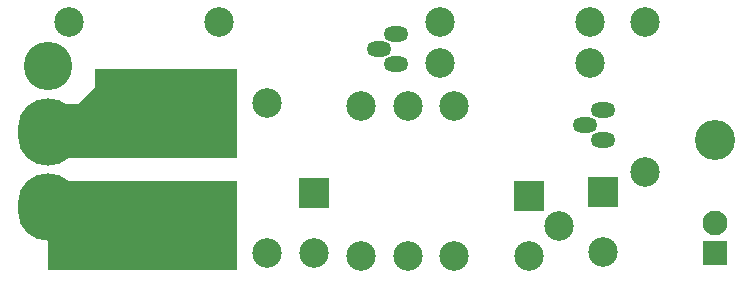
<source format=gbr>
G04 DipTrace 3.3.1.3*
G04 crowbar-revA-TopMask.gbr*
%MOMM*%
G04 #@! TF.FileFunction,Soldermask,Top*
G04 #@! TF.Part,Single*
%ADD28C,3.4*%
%ADD34C,2.5*%
%ADD36O,2.1X1.3*%
%ADD38R,2.1X2.1*%
%ADD40C,2.1*%
%ADD42O,5.1X5.7*%
%ADD44C,4.1*%
%ADD46R,2.5X2.5*%
%ADD48C,2.5*%
%FSLAX35Y35*%
G04*
G71*
G90*
G75*
G01*
G04 TopMask*
%LPD*%
D48*
X5050000Y300000D3*
D46*
Y808000D3*
D48*
X2600000Y296000D3*
D46*
Y804000D3*
D44*
X349976Y1880000D3*
D42*
Y680000D3*
Y1320000D3*
D40*
X6000000Y550000D3*
D38*
Y296000D3*
D36*
X3300013Y1896000D3*
X3150013Y2023000D3*
X3300013Y2150000D3*
D48*
X3665000Y1900000D3*
D34*
X4935000D3*
D46*
X4423000Y774000D3*
D34*
X4677000Y520000D3*
X4423000Y266000D3*
D48*
X3785000Y265000D3*
D34*
Y1535000D3*
D48*
X3400000D3*
D34*
Y265000D3*
D48*
X3000000D3*
D34*
Y1535000D3*
D48*
X4935000Y2250000D3*
D34*
X3665000D3*
D48*
X1795000D3*
D34*
X525000D3*
D48*
X2200000Y295000D3*
D34*
Y1565000D3*
D48*
X5400000Y2250000D3*
D34*
Y980000D3*
D36*
X5050013Y1250000D3*
X4900013Y1377000D3*
X5050013Y1504000D3*
D28*
X6000000Y1250000D3*
G36*
X350000Y1550000D2*
X600000D1*
X750000Y1700000D1*
Y1850000D1*
X1950000D1*
Y1100000D1*
X350000D1*
Y1550000D1*
G37*
G36*
X1950000Y900000D2*
Y150000D1*
X350000D1*
Y900000D1*
X1950000D1*
G37*
M02*

</source>
